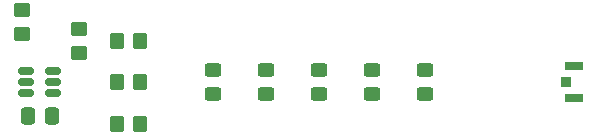
<source format=gbr>
%TF.GenerationSoftware,KiCad,Pcbnew,7.0.1*%
%TF.CreationDate,2023-04-13T17:43:14+02:00*%
%TF.ProjectId,ET-Abschlussgadget_2023,45542d41-6273-4636-986c-757373676164,rev?*%
%TF.SameCoordinates,Original*%
%TF.FileFunction,Paste,Bot*%
%TF.FilePolarity,Positive*%
%FSLAX45Y45*%
G04 Gerber Fmt 4.5, Leading zero omitted, Abs format (unit mm)*
G04 Created by KiCad (PCBNEW 7.0.1) date 2023-04-13 17:43:14*
%MOMM*%
%LPD*%
G01*
G04 APERTURE LIST*
G04 Aperture macros list*
%AMRoundRect*
0 Rectangle with rounded corners*
0 $1 Rounding radius*
0 $2 $3 $4 $5 $6 $7 $8 $9 X,Y pos of 4 corners*
0 Add a 4 corners polygon primitive as box body*
4,1,4,$2,$3,$4,$5,$6,$7,$8,$9,$2,$3,0*
0 Add four circle primitives for the rounded corners*
1,1,$1+$1,$2,$3*
1,1,$1+$1,$4,$5*
1,1,$1+$1,$6,$7*
1,1,$1+$1,$8,$9*
0 Add four rect primitives between the rounded corners*
20,1,$1+$1,$2,$3,$4,$5,0*
20,1,$1+$1,$4,$5,$6,$7,0*
20,1,$1+$1,$6,$7,$8,$9,0*
20,1,$1+$1,$8,$9,$2,$3,0*%
G04 Aperture macros list end*
%ADD10RoundRect,0.250000X0.450000X-0.325000X0.450000X0.325000X-0.450000X0.325000X-0.450000X-0.325000X0*%
%ADD11R,1.500000X0.750000*%
%ADD12R,0.900000X0.900000*%
%ADD13RoundRect,0.150000X-0.512500X-0.150000X0.512500X-0.150000X0.512500X0.150000X-0.512500X0.150000X0*%
%ADD14RoundRect,0.250000X-0.350000X-0.450000X0.350000X-0.450000X0.350000X0.450000X-0.350000X0.450000X0*%
%ADD15RoundRect,0.250000X-0.450000X0.350000X-0.450000X-0.350000X0.450000X-0.350000X0.450000X0.350000X0*%
%ADD16RoundRect,0.250000X0.337500X0.475000X-0.337500X0.475000X-0.337500X-0.475000X0.337500X-0.475000X0*%
%ADD17RoundRect,0.250000X0.450000X-0.350000X0.450000X0.350000X-0.450000X0.350000X-0.450000X-0.350000X0*%
G04 APERTURE END LIST*
D10*
%TO.C,D2*%
X16600000Y-10802500D03*
X16600000Y-10597500D03*
%TD*%
D11*
%TO.C,D6*%
X18310000Y-10562500D03*
X18310000Y-10837500D03*
D12*
X18245000Y-10700000D03*
%TD*%
D13*
%TO.C,U1*%
X13673750Y-10795000D03*
X13673750Y-10700000D03*
X13673750Y-10605000D03*
X13901250Y-10605000D03*
X13901250Y-10700000D03*
X13901250Y-10795000D03*
%TD*%
D10*
%TO.C,D3*%
X16150000Y-10802500D03*
X16150000Y-10597500D03*
%TD*%
D14*
%TO.C,R2*%
X14437500Y-11050000D03*
X14637500Y-11050000D03*
%TD*%
D15*
%TO.C,R5*%
X14120000Y-10250000D03*
X14120000Y-10450000D03*
%TD*%
D10*
%TO.C,D5*%
X15250000Y-10802500D03*
X15250000Y-10597500D03*
%TD*%
D14*
%TO.C,R3*%
X14437500Y-10700000D03*
X14637500Y-10700000D03*
%TD*%
D10*
%TO.C,D4*%
X15700000Y-10802500D03*
X15700000Y-10597500D03*
%TD*%
D16*
%TO.C,C1*%
X13893750Y-10990000D03*
X13686250Y-10990000D03*
%TD*%
D17*
%TO.C,R4*%
X13640000Y-10290000D03*
X13640000Y-10090000D03*
%TD*%
D14*
%TO.C,R1*%
X14437500Y-10350000D03*
X14637500Y-10350000D03*
%TD*%
D10*
%TO.C,D1*%
X17050000Y-10802500D03*
X17050000Y-10597500D03*
%TD*%
M02*

</source>
